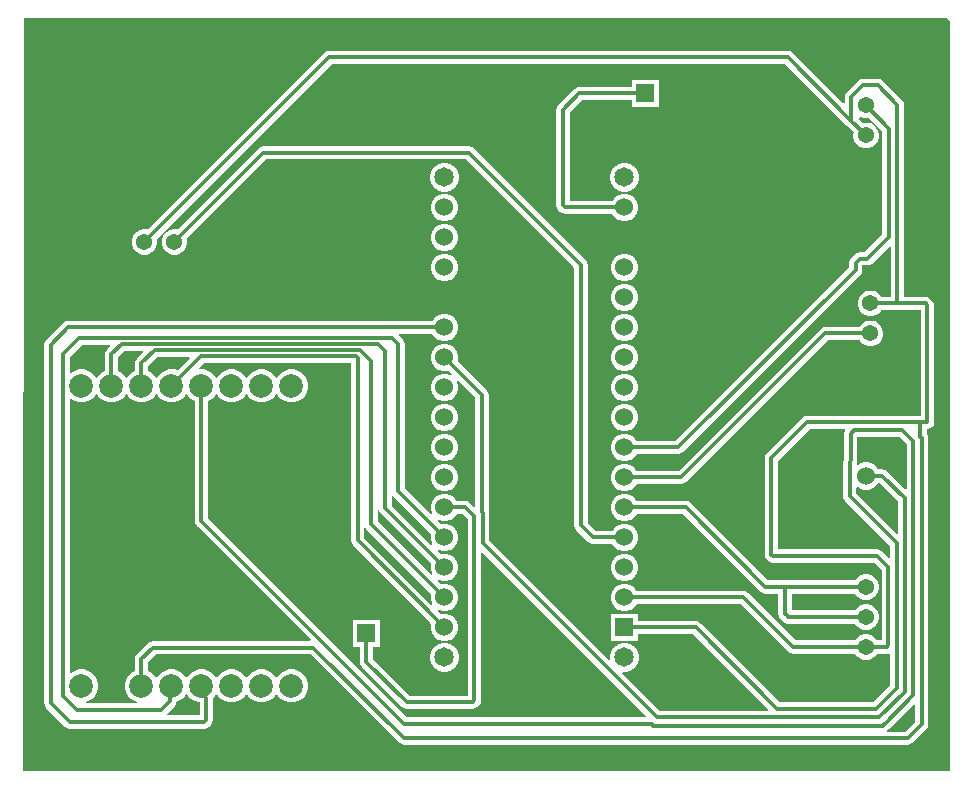
<source format=gbr>
%FSTAX23Y23*%
%MOIN*%
%SFA1B1*%

%IPPOS*%
%ADD11C,0.078740*%
%ADD12C,0.060236*%
%ADD13R,0.060236X0.060236*%
%ADD14R,0.053937X0.053937*%
%ADD15C,0.053937*%
%ADD16R,0.060236X0.060236*%
%ADD17R,0.053937X0.053937*%
%ADD18R,0.060000X0.060000*%
%ADD19C,0.060000*%
%ADD20C,0.065000*%
%ADD21C,0.011811*%
%LNpcb_copper_signal_bot-1*%
%LPD*%
G36*
X03089Y02498D02*
Y-00001D01*
X00004*
X00003Y-00001*
X0Y0*
X00004Y02508*
X03079*
X03089Y02498*
G37*
%LNpcb_copper_signal_bot-2*%
%LPC*%
G36*
X0212Y02304D02*
X02029D01*
Y0228*
X01854*
X01846Y02278*
X01839Y02274*
X01784Y02219*
X01779Y02211*
X01777Y02203*
Y01885*
X01779Y01876*
X01784Y01869*
X01791Y01862*
X01798Y01858*
X01806Y01856*
X01964*
X01968Y0185*
X01976Y01841*
X01987Y01835*
X01998Y01832*
X02011*
X02022Y01835*
X02033Y01841*
X02041Y0185*
X02047Y0186*
X0205Y01872*
Y01884*
X02047Y01896*
X02041Y01906*
X02033Y01915*
X02022Y01921*
X02011Y01924*
X01998*
X01987Y01921*
X01976Y01915*
X01968Y01906*
X01964Y019*
X01822*
Y02194*
X01864Y02236*
X02029*
Y02212*
X0212*
Y02304*
G37*
G36*
X02011Y02026D02*
X01998D01*
X01986Y02023*
X01975Y02017*
X01966Y02008*
X0196Y01997*
X01956Y01984*
Y01972*
X0196Y01959*
X01966Y01948*
X01975Y01939*
X01986Y01933*
X01998Y0193*
X02011*
X02023Y01933*
X02034Y01939*
X02043Y01948*
X02049Y01959*
X02053Y01972*
Y01984*
X02049Y01997*
X02043Y02008*
X02034Y02017*
X02023Y02023*
X02011Y02026*
G37*
G36*
X01411D02*
X01398D01*
X01386Y02023*
X01375Y02017*
X01366Y02008*
X0136Y01997*
X01356Y01984*
Y01972*
X0136Y01959*
X01366Y01948*
X01375Y01939*
X01386Y01933*
X01398Y0193*
X01411*
X01423Y01933*
X01434Y01939*
X01443Y01948*
X01449Y01959*
X01453Y01972*
Y01984*
X01449Y01997*
X01443Y02008*
X01434Y02017*
X01423Y02023*
X01411Y02026*
G37*
G36*
X01411Y01924D02*
X01398D01*
X01387Y01921*
X01376Y01915*
X01368Y01906*
X01362Y01896*
X01359Y01884*
Y01872*
X01362Y0186*
X01368Y0185*
X01376Y01841*
X01387Y01835*
X01398Y01832*
X01411*
X01422Y01835*
X01433Y01841*
X01441Y0185*
X01447Y0186*
X0145Y01872*
Y01884*
X01447Y01896*
X01441Y01906*
X01433Y01915*
X01422Y01921*
X01411Y01924*
G37*
G36*
Y01824D02*
X01398D01*
X01387Y01821*
X01376Y01815*
X01368Y01806*
X01362Y01796*
X01359Y01784*
Y01772*
X01362Y0176*
X01368Y0175*
X01376Y01741*
X01387Y01735*
X01398Y01732*
X01411*
X01422Y01735*
X01433Y01741*
X01441Y0175*
X01447Y0176*
X0145Y01772*
Y01784*
X01447Y01796*
X01441Y01806*
X01433Y01815*
X01422Y01821*
X01411Y01824*
G37*
G36*
X02011Y01724D02*
X01998D01*
X01987Y01721*
X01976Y01715*
X01968Y01706*
X01962Y01696*
X01959Y01684*
Y01672*
X01962Y0166*
X01968Y0165*
X01976Y01641*
X01987Y01635*
X01998Y01632*
X02011*
X02022Y01635*
X02033Y01641*
X02041Y0165*
X02047Y0166*
X0205Y01672*
Y01684*
X02047Y01696*
X02041Y01706*
X02033Y01715*
X02022Y01721*
X02011Y01724*
G37*
G36*
X01411D02*
X01398D01*
X01387Y01721*
X01376Y01715*
X01368Y01706*
X01362Y01696*
X01359Y01684*
Y01672*
X01362Y0166*
X01368Y0165*
X01376Y01641*
X01387Y01635*
X01398Y01632*
X01411*
X01422Y01635*
X01433Y01641*
X01441Y0165*
X01447Y0166*
X0145Y01672*
Y01684*
X01447Y01696*
X01441Y01706*
X01433Y01715*
X01422Y01721*
X01411Y01724*
G37*
G36*
X02549Y024D02*
X01019D01*
X01011Y02398*
X01004Y02394*
X00415Y01804*
X0041Y01806*
X00399*
X00388Y01803*
X00378Y01797*
X0037Y01789*
X00365Y01779*
X00362Y01769*
Y01757*
X00365Y01746*
X0037Y01737*
X00378Y01729*
X00388Y01723*
X00399Y0172*
X0041*
X00421Y01723*
X00431Y01729*
X00439Y01737*
X00444Y01746*
X00447Y01757*
Y01769*
X00446Y01773*
X01029Y02356*
X0254*
X02745Y02151*
X02768Y02128*
X02767Y02124*
Y02112*
X0277Y02101*
X02775Y02092*
X02783Y02084*
X02793Y02078*
X02804Y02075*
X02815*
X02826Y02078*
X02836Y02084*
X02844Y02092*
X02849Y02101*
X02852Y02112*
Y02124*
X02849Y02134*
X02844Y02144*
X02836Y02152*
X02826Y02158*
X02815Y02161*
X02804*
X02799Y02159*
X02785Y02174*
X02785Y02177*
X0279Y0218*
X02793Y02178*
X02804Y02175*
X02815*
X0282Y02176*
X02864Y02132*
Y01789*
X02804Y01729*
X02789*
X0278Y01727*
X02773Y01722*
X0276Y0171*
X02755Y01702*
X02754Y01694*
Y01678*
X02175Y011*
X02045*
X02041Y01106*
X02033Y01115*
X02022Y01121*
X02011Y01124*
X01998*
X01987Y01121*
X01976Y01115*
X01968Y01106*
X01962Y01096*
X01959Y01084*
Y01072*
X01962Y0106*
X01968Y0105*
X01976Y01041*
X01987Y01035*
X01998Y01032*
X02011*
X02022Y01035*
X02033Y01041*
X02041Y0105*
X02045Y01056*
X02184*
X02193Y01058*
X022Y01062*
X02791Y01654*
X02796Y01661*
X02798Y01669*
Y01684*
X02813*
X02822Y01686*
X02829Y01691*
X02888Y0175*
X02892Y01748*
Y0158*
X02861*
X02859Y01584*
X02851Y01592*
X02841Y01598*
X0283Y01601*
X02819*
X02808Y01598*
X02798Y01592*
X0279Y01584*
X02785Y01574*
X02782Y01564*
Y01552*
X02785Y01541*
X0279Y01532*
X02798Y01524*
X02808Y01518*
X02819Y01515*
X0283*
X02841Y01518*
X02851Y01524*
X02859Y01532*
X02861Y01536*
X02992*
Y01184*
X02614*
X02605Y01183*
X02598Y01178*
X02479Y01059*
X02474Y01051*
X02472Y01043*
Y00721*
X02474Y00713*
X02479Y00706*
X02484Y00701*
X02491Y00696*
X02499Y00694*
X02837*
X02862Y00669*
Y00435*
X02846*
X02844Y00439*
X02836Y00447*
X02826Y00453*
X02815Y00456*
X02804*
X02793Y00453*
X02783Y00447*
X02775Y00439*
X02773Y00435*
X02575*
X02417Y00594*
X0241Y00598*
X02401Y006*
X02045*
X02041Y00606*
X02033Y00615*
X02022Y00621*
X02011Y00624*
X01998*
X01987Y00621*
X01976Y00615*
X01968Y00606*
X01962Y00596*
X01959Y00584*
Y00572*
X01962Y0056*
X01968Y0055*
X01976Y00541*
X01987Y00535*
X01998Y00532*
X02011*
X02022Y00535*
X02033Y00541*
X02041Y0055*
X02045Y00556*
X02392*
X02551Y00397*
X02558Y00393*
X02566Y00391*
X02773*
X02775Y00387*
X02783Y00379*
X02793Y00373*
X02804Y0037*
X02815*
X02826Y00373*
X02836Y00379*
X02844Y00387*
X02846Y00391*
X02878*
X02885Y00392*
X0289Y0039*
Y00285*
X02833Y00228*
X02523*
X02257Y00494*
X0225Y00498*
X02242Y005*
X0205*
Y00524*
X01959*
Y00432*
X0205*
Y00456*
X02233*
X02484Y00205*
X02482Y002*
X02122*
X01996Y00326*
X01999Y0033*
X02011*
X02023Y00333*
X02034Y00339*
X02043Y00348*
X02049Y00359*
X02053Y00372*
Y00384*
X02049Y00397*
X02043Y00408*
X02034Y00417*
X02023Y00423*
X02011Y00426*
X01998*
X01986Y00423*
X01975Y00417*
X01966Y00408*
X0196Y00397*
X01956Y00384*
Y00372*
X01952Y0037*
X01554Y00768*
Y00859*
X01552Y00868*
X01552Y00869*
Y01253*
X0155Y01261*
X01545Y01269*
X01448Y01365*
X0145Y01372*
Y01384*
X01447Y01396*
X01441Y01406*
X01433Y01415*
X01422Y01421*
X01411Y01424*
X01398*
X01387Y01421*
X01376Y01415*
X01368Y01406*
X01362Y01396*
X01359Y01384*
Y01372*
X01362Y0136*
X01368Y0135*
X01376Y01341*
X01387Y01335*
X01398Y01332*
X01411*
X01417Y01334*
X01429Y01323*
X01425Y01319*
X01422Y01321*
X01411Y01324*
X01398*
X01387Y01321*
X01376Y01315*
X01368Y01306*
X01362Y01296*
X01359Y01284*
Y01272*
X01362Y0126*
X01368Y0125*
X01376Y01241*
X01387Y01235*
X01398Y01232*
X01411*
X01422Y01235*
X01433Y01241*
X01441Y0125*
X01447Y0126*
X0145Y01272*
Y01284*
X01447Y01296*
X01445Y01299*
X01449Y01302*
X01507Y01244*
Y00883*
X01503Y00881*
X0149Y00894*
X01483Y00898*
X01474Y009*
X01445*
X01441Y00906*
X01433Y00915*
X01422Y00921*
X01411Y00924*
X01398*
X01387Y00921*
X01376Y00915*
X01368Y00906*
X01362Y00896*
X01359Y00884*
Y00872*
X01362Y0086*
X01364Y00857*
X0136Y00854*
X01272Y00942*
Y01423*
X0127Y01431*
X01265Y01439*
X01252Y01451*
X01254Y01456*
X01364*
X01368Y0145*
X01376Y01441*
X01387Y01435*
X01398Y01432*
X01411*
X01422Y01435*
X01433Y01441*
X01441Y0145*
X01447Y0146*
X0145Y01472*
Y01484*
X01447Y01496*
X01441Y01506*
X01433Y01515*
X01422Y01521*
X01411Y01524*
X01398*
X01387Y01521*
X01376Y01515*
X01368Y01506*
X01364Y015*
X00149*
X00141Y01498*
X00134Y01494*
X00077Y01437*
X00072Y0143*
X00071Y01421*
Y00226*
X00072Y00218*
X00077Y00211*
X0014Y00147*
X00147Y00143*
X00156Y00141*
X00603*
X00612Y00143*
X00619Y00147*
X00626Y00154*
X00631Y00161*
X00632Y0017*
Y00243*
X00632Y00243*
X00639Y00249*
X00642Y00255*
X00647*
X0065Y00249*
X00661Y00239*
X00673Y00232*
X00687Y00228*
X00702*
X00716Y00232*
X00728Y00239*
X00739Y00249*
X00742Y00255*
X00747*
X0075Y00249*
X00761Y00239*
X00773Y00232*
X00787Y00228*
X00802*
X00816Y00232*
X00828Y00239*
X00839Y00249*
X00842Y00255*
X00847*
X0085Y00249*
X00861Y00239*
X00873Y00232*
X00887Y00228*
X00902*
X00916Y00232*
X00928Y00239*
X00939Y00249*
X00946Y00262*
X0095Y00276*
Y0029*
X00946Y00304*
X00939Y00317*
X00928Y00327*
X00916Y00334*
X00902Y00338*
X00887*
X00873Y00334*
X00861Y00327*
X0085Y00317*
X00847Y00311*
X00842*
X00839Y00317*
X00828Y00327*
X00816Y00334*
X00802Y00338*
X00787*
X00773Y00334*
X00761Y00327*
X0075Y00317*
X00747Y00311*
X00742*
X00739Y00317*
X00728Y00327*
X00716Y00334*
X00702Y00338*
X00687*
X00673Y00334*
X00661Y00327*
X0065Y00317*
X00647Y00311*
X00642*
X00639Y00317*
X00628Y00327*
X00616Y00334*
X00602Y00338*
X00587*
X00573Y00334*
X00561Y00327*
X0055Y00317*
X00547Y00311*
X00542*
X00539Y00317*
X00528Y00327*
X00516Y00334*
X00502Y00338*
X00487*
X00473Y00334*
X00461Y00327*
X0045Y00317*
X00447Y00311*
X00442*
X00439Y00317*
X00428Y00327*
X00417Y00334*
Y00364*
X00442Y00389*
X00958*
X01255Y00092*
X01262Y00088*
X0127Y00086*
X02948*
X02956Y00088*
X02963Y00092*
X0301Y00139*
X03015Y00147*
X03017Y00155*
Y00367*
X03017Y00367*
Y00723*
X03017Y00724*
Y01109*
X03015Y01118*
X03012Y01123*
Y0114*
X03014*
X03023Y01142*
X0303Y01147*
X03035Y01154*
X03037Y01162*
Y01551*
X03035Y01559*
X0303Y01567*
X03023Y01574*
X03016Y01578*
X03008Y0158*
X02937*
Y0222*
X02935Y02228*
X0293Y02236*
X02865Y02301*
X02858Y02305*
X02849Y02307*
X02799*
X02791Y02305*
X02784Y02301*
X02745Y02262*
X0274Y02254*
X02738Y02246*
Y02227*
X02734Y02225*
X02565Y02394*
X02558Y02398*
X02549Y024*
G37*
G36*
X02011Y01624D02*
X01998D01*
X01987Y01621*
X01976Y01615*
X01968Y01606*
X01962Y01596*
X01959Y01584*
Y01572*
X01962Y0156*
X01968Y0155*
X01976Y01541*
X01987Y01535*
X01998Y01532*
X02011*
X02022Y01535*
X02033Y01541*
X02041Y0155*
X02047Y0156*
X0205Y01572*
Y01584*
X02047Y01596*
X02041Y01606*
X02033Y01615*
X02022Y01621*
X02011Y01624*
G37*
G36*
Y01524D02*
X01998D01*
X01987Y01521*
X01976Y01515*
X01968Y01506*
X01962Y01496*
X01959Y01484*
Y01472*
X01962Y0146*
X01968Y0145*
X01976Y01441*
X01987Y01435*
X01998Y01432*
X02011*
X02022Y01435*
X02033Y01441*
X02041Y0145*
X02047Y0146*
X0205Y01472*
Y01484*
X02047Y01496*
X02041Y01506*
X02033Y01515*
X02022Y01521*
X02011Y01524*
G37*
G36*
X0283Y01501D02*
X02819D01*
X02808Y01498*
X02798Y01492*
X0279Y01484*
X02788Y0148*
X02674*
X02666Y01478*
X02659Y01474*
X02185Y01*
X02045*
X02041Y01006*
X02033Y01015*
X02022Y01021*
X02011Y01024*
X01998*
X01987Y01021*
X01976Y01015*
X01968Y01006*
X01962Y00996*
X01959Y00984*
Y00972*
X01962Y0096*
X01968Y0095*
X01976Y00941*
X01987Y00935*
X01998Y00932*
X02011*
X02022Y00935*
X02033Y00941*
X02041Y0095*
X02045Y00956*
X02194*
X02203Y00958*
X0221Y00962*
X02684Y01436*
X02788*
X0279Y01432*
X02798Y01424*
X02808Y01418*
X02819Y01415*
X0283*
X02841Y01418*
X02851Y01424*
X02859Y01432*
X02864Y01441*
X02867Y01452*
Y01464*
X02864Y01474*
X02859Y01484*
X02851Y01492*
X02841Y01498*
X0283Y01501*
G37*
G36*
X02011Y01424D02*
X01998D01*
X01987Y01421*
X01976Y01415*
X01968Y01406*
X01962Y01396*
X01959Y01384*
Y01372*
X01962Y0136*
X01968Y0135*
X01976Y01341*
X01987Y01335*
X01998Y01332*
X02011*
X02022Y01335*
X02033Y01341*
X02041Y0135*
X02047Y0136*
X0205Y01372*
Y01384*
X02047Y01396*
X02041Y01406*
X02033Y01415*
X02022Y01421*
X02011Y01424*
G37*
G36*
Y01324D02*
X01998D01*
X01987Y01321*
X01976Y01315*
X01968Y01306*
X01962Y01296*
X01959Y01284*
Y01272*
X01962Y0126*
X01968Y0125*
X01976Y01241*
X01987Y01235*
X01998Y01232*
X02011*
X02022Y01235*
X02033Y01241*
X02041Y0125*
X02047Y0126*
X0205Y01272*
Y01284*
X02047Y01296*
X02041Y01306*
X02033Y01315*
X02022Y01321*
X02011Y01324*
G37*
G36*
Y01224D02*
X01998D01*
X01987Y01221*
X01976Y01215*
X01968Y01206*
X01962Y01196*
X01959Y01184*
Y01172*
X01962Y0116*
X01968Y0115*
X01976Y01141*
X01987Y01135*
X01998Y01132*
X02011*
X02022Y01135*
X02033Y01141*
X02041Y0115*
X02047Y0116*
X0205Y01172*
Y01184*
X02047Y01196*
X02041Y01206*
X02033Y01215*
X02022Y01221*
X02011Y01224*
G37*
G36*
X01411D02*
X01398D01*
X01387Y01221*
X01376Y01215*
X01368Y01206*
X01362Y01196*
X01359Y01184*
Y01172*
X01362Y0116*
X01368Y0115*
X01376Y01141*
X01387Y01135*
X01398Y01132*
X01411*
X01422Y01135*
X01433Y01141*
X01441Y0115*
X01447Y0116*
X0145Y01172*
Y01184*
X01447Y01196*
X01441Y01206*
X01433Y01215*
X01422Y01221*
X01411Y01224*
G37*
G36*
Y01124D02*
X01398D01*
X01387Y01121*
X01376Y01115*
X01368Y01106*
X01362Y01096*
X01359Y01084*
Y01072*
X01362Y0106*
X01368Y0105*
X01376Y01041*
X01387Y01035*
X01398Y01032*
X01411*
X01422Y01035*
X01433Y01041*
X01441Y0105*
X01447Y0106*
X0145Y01072*
Y01084*
X01447Y01096*
X01441Y01106*
X01433Y01115*
X01422Y01121*
X01411Y01124*
G37*
G36*
Y01024D02*
X01398D01*
X01387Y01021*
X01376Y01015*
X01368Y01006*
X01362Y00996*
X01359Y00984*
Y00972*
X01362Y0096*
X01368Y0095*
X01376Y00941*
X01387Y00935*
X01398Y00932*
X01411*
X01422Y00935*
X01433Y00941*
X01441Y0095*
X01447Y0096*
X0145Y00972*
Y00984*
X01447Y00996*
X01441Y01006*
X01433Y01015*
X01422Y01021*
X01411Y01024*
G37*
G36*
X01486Y02082D02*
X00801D01*
X00793Y0208*
X00786Y02075*
X00515Y01804*
X0051Y01806*
X00499*
X00488Y01803*
X00478Y01797*
X0047Y01789*
X00465Y01779*
X00462Y01769*
Y01757*
X00465Y01746*
X0047Y01737*
X00478Y01729*
X00488Y01723*
X00499Y0172*
X0051*
X00521Y01723*
X00531Y01729*
X00539Y01737*
X00544Y01746*
X00547Y01757*
Y01769*
X00546Y01773*
X0081Y02038*
X01477*
X01837Y01677*
Y00818*
X01839Y0081*
X01844Y00802*
X01884Y00762*
X01891Y00758*
X01899Y00756*
X01964*
X01968Y0075*
X01976Y00741*
X01987Y00735*
X01998Y00732*
X02011*
X02022Y00735*
X02033Y00741*
X02041Y0075*
X02047Y0076*
X0205Y00772*
Y00784*
X02047Y00796*
X02041Y00806*
X02033Y00815*
X02022Y00821*
X02011Y00824*
X01998*
X01987Y00821*
X01976Y00815*
X01968Y00806*
X01964Y008*
X01909*
X01882Y00827*
Y01686*
X0188Y01695*
X01875Y01702*
X01502Y02075*
X01495Y0208*
X01486Y02082*
G37*
G36*
X02011Y00724D02*
X01998D01*
X01987Y00721*
X01976Y00715*
X01968Y00706*
X01962Y00696*
X01959Y00684*
Y00672*
X01962Y0066*
X01968Y0065*
X01976Y00641*
X01987Y00635*
X01998Y00632*
X02011*
X02022Y00635*
X02033Y00641*
X02041Y0065*
X02047Y0066*
X0205Y00672*
Y00684*
X02047Y00696*
X02041Y00706*
X02033Y00715*
X02022Y00721*
X02011Y00724*
G37*
G36*
Y00924D02*
X01998D01*
X01987Y00921*
X01976Y00915*
X01968Y00906*
X01962Y00896*
X01959Y00884*
Y00872*
X01962Y0086*
X01968Y0085*
X01976Y00841*
X01987Y00835*
X01998Y00832*
X02011*
X02022Y00835*
X02033Y00841*
X02041Y0085*
X02045Y00856*
X022*
X02459Y00597*
X02466Y00593*
X02474Y00591*
X02517*
Y00523*
X02519Y00515*
X02524Y00507*
X02529Y00502*
X02529*
X02534Y00497*
X02541Y00493*
X02549Y00491*
X02773*
X02775Y00487*
X02783Y00479*
X02793Y00473*
X02804Y0047*
X02815*
X02826Y00473*
X02836Y00479*
X02844Y00487*
X02849Y00496*
X02852Y00507*
Y00519*
X02849Y00529*
X02844Y00539*
X02836Y00547*
X02826Y00553*
X02815Y00556*
X02804*
X02793Y00553*
X02783Y00547*
X02775Y00539*
X02773Y00535*
X02562*
Y00591*
X02773*
X02775Y00587*
X02783Y00579*
X02793Y00573*
X02804Y0057*
X02815*
X02826Y00573*
X02836Y00579*
X02844Y00587*
X02849Y00596*
X02852Y00607*
Y00619*
X02849Y00629*
X02844Y00639*
X02836Y00647*
X02826Y00653*
X02815Y00656*
X02804*
X02793Y00653*
X02783Y00647*
X02775Y00639*
X02773Y00635*
X02484*
X02225Y00894*
X02218Y00898*
X02209Y009*
X02045*
X02041Y00906*
X02033Y00915*
X02022Y00921*
X02011Y00924*
G37*
%LNpcb_copper_signal_bot-3*%
%LPD*%
G36*
X00556Y01376D02*
X00515Y01335D01*
X00502Y01338*
X00487*
X00473Y01334*
X00461Y01327*
X0045Y01317*
X00447Y01311*
X00442*
X00439Y01317*
X00428Y01327*
X00417Y01334*
Y01349*
X00448Y01381*
X00554*
X00556Y01376*
G37*
G36*
X00401Y01396D02*
X00379Y01374D01*
X00374Y01366*
X00372Y01358*
Y01334*
X00361Y01327*
X0035Y01317*
X00347Y01311*
X00342*
X00339Y01317*
X00328Y01327*
X00317Y01334*
Y01379*
X00338Y014*
X00399*
X00401Y01396*
G37*
G36*
X00291Y01415D02*
X00279Y01404D01*
X00274Y01396*
X00272Y01388*
Y01334*
X00261Y01327*
X0025Y01317*
X00247Y01311*
X00242*
X00239Y01317*
X00228Y01327*
X00216Y01334*
X00202Y01338*
X00187*
X00173Y01334*
X00161Y01327*
X00159Y01326*
X00155Y01328*
Y01379*
X00196Y0142*
X00289*
X00291Y01415*
G37*
G36*
X01093Y00768D02*
X01095Y00759D01*
X01099Y00752*
X01361Y00491*
X01359Y00484*
Y00472*
X01362Y0046*
X01368Y0045*
X01376Y00441*
X01387Y00435*
X01398Y00432*
X01411*
X01422Y00435*
X01433Y00441*
X01441Y0045*
X01447Y0046*
X0145Y00472*
Y00484*
X01447Y00496*
X01441Y00506*
X01433Y00515*
X01422Y00521*
X01411Y00524*
X01398*
X01392Y00522*
X0138Y00533*
X01383Y00537*
X01387Y00535*
X01398Y00532*
X01411*
X01422Y00535*
X01433Y00541*
X01441Y0055*
X01447Y0056*
X0145Y00572*
Y00584*
X01447Y00596*
X01441Y00606*
X01433Y00615*
X01422Y00621*
X01411Y00624*
X01398*
X01392Y00622*
X0138Y00633*
X01383Y00637*
X01387Y00635*
X01398Y00632*
X01411*
X01422Y00635*
X01433Y00641*
X01441Y0065*
X01447Y0066*
X0145Y00672*
Y00684*
X01447Y00696*
X01441Y00706*
X01433Y00715*
X01422Y00721*
X01411Y00724*
X01398*
X01392Y00722*
X0138Y00733*
X01383Y00737*
X01387Y00735*
X01398Y00732*
X01411*
X01422Y00735*
X01433Y00741*
X01441Y0075*
X01447Y0076*
X0145Y00772*
Y00784*
X01447Y00796*
X01441Y00806*
X01433Y00815*
X01422Y00821*
X01411Y00824*
X01398*
X01392Y00822*
X0138Y00833*
X01383Y00837*
X01387Y00835*
X01398Y00832*
X01411*
X01422Y00835*
X01433Y00841*
X01441Y0085*
X01445Y00856*
X01465*
X01482Y00839*
Y0025*
X01289*
X01167Y00372*
Y00412*
X0119*
Y00504*
X01099*
Y00412*
X01122*
Y00363*
X01124Y00355*
X01129Y00347*
X01264Y00212*
X01271Y00208*
X01279Y00206*
X01498*
X01506Y00208*
X01513Y00212*
X0152Y00219*
X01525Y00226*
X01527Y00235*
Y00726*
X01531Y00728*
X02076Y00183*
X02074Y00179*
X0128*
X00617Y00842*
Y01232*
X00628Y01239*
X00639Y01249*
X00642Y01255*
X00647*
X0065Y01249*
X00661Y01239*
X00673Y01232*
X00687Y01228*
X00702*
X00716Y01232*
X00728Y01239*
X00739Y01249*
X00742Y01255*
X00747*
X0075Y01249*
X00761Y01239*
X00773Y01232*
X00787Y01228*
X00802*
X00816Y01232*
X00828Y01239*
X00839Y01249*
X00842Y01255*
X00847*
X0085Y01249*
X00861Y01239*
X00873Y01232*
X00887Y01228*
X00902*
X00916Y01232*
X00928Y01239*
X00939Y01249*
X00946Y01262*
X0095Y01276*
Y0129*
X00946Y01304*
X00939Y01317*
X00928Y01327*
X00916Y01334*
X00902Y01338*
X00887*
X00873Y01334*
X00861Y01327*
X0085Y01317*
X00847Y01311*
X00842*
X00839Y01317*
X00828Y01327*
X00816Y01334*
X00802Y01338*
X00787*
X00773Y01334*
X00761Y01327*
X0075Y01317*
X00747Y01311*
X00742*
X00739Y01317*
X00728Y01327*
X00716Y01334*
X00702Y01338*
X00687*
X00673Y01334*
X00661Y01327*
X0065Y01317*
X00647Y01311*
X00642*
X00639Y01317*
X00628Y01327*
X00616Y01334*
X00602Y01338*
X00588*
X00585Y01342*
X00585Y01342*
X00604Y01361*
X01093*
Y00768*
G37*
G36*
X0055Y01249D02*
X00561Y01239D01*
X00572Y01232*
Y00833*
X00574Y00825*
X00579Y00817*
X00959Y00438*
X00957Y00433*
X00432*
X00424Y00431*
X00417Y00427*
X00379Y00389*
X00374Y00381*
X00372Y00373*
Y00334*
X00361Y00327*
X0035Y00317*
X00343Y00304*
X00339Y0029*
Y00276*
X00343Y00262*
X0035Y00249*
X00361Y00239*
X00373Y00232*
X00379Y0023*
X00378Y00225*
X00211*
X0021Y0023*
X00216Y00232*
X00228Y00239*
X00239Y00249*
X00246Y00262*
X0025Y00276*
Y0029*
X00246Y00304*
X00239Y00317*
X00228Y00327*
X00216Y00334*
X00202Y00338*
X00187*
X00173Y00334*
X00161Y00327*
X00159Y00326*
X00155Y00328*
Y01238*
X00159Y0124*
X00161Y01239*
X00173Y01232*
X00187Y01228*
X00202*
X00216Y01232*
X00228Y01239*
X00239Y01249*
X00242Y01255*
X00247*
X0025Y01249*
X00261Y01239*
X00273Y01232*
X00287Y01228*
X00302*
X00316Y01232*
X00328Y01239*
X00339Y01249*
X00342Y01255*
X00347*
X0035Y01249*
X00361Y01239*
X00373Y01232*
X00387Y01228*
X00402*
X00416Y01232*
X00428Y01239*
X00439Y01249*
X00442Y01255*
X00447*
X0045Y01249*
X00461Y01239*
X00473Y01232*
X00487Y01228*
X00502*
X00516Y01232*
X00528Y01239*
X00539Y01249*
X00542Y01255*
X00547*
X0055Y01249*
G37*
G36*
X02945Y01089D02*
Y0094D01*
X0294Y00938*
X0288Y00999*
X02873Y01003*
X02864Y01005*
X0285*
X02846Y01011*
X02838Y0102*
X02827Y01026*
X02816Y01029*
X02803*
X02792Y01026*
X02783Y01021*
X02778Y01023*
X0278Y01113*
X02875*
X02875*
X02921*
X02945Y01089*
G37*
G36*
X02917Y00899D02*
Y00791D01*
X02913Y0079*
X02777Y00925*
Y00941*
X02777Y00944*
X02782Y00946*
X02792Y0094*
X02803Y00937*
X02816*
X02827Y0094*
X02838Y00946*
X02846Y00955*
X0285Y00961*
X02855*
X02917Y00899*
G37*
G36*
X01361Y00791D02*
X01359Y00784D01*
Y00772*
X01362Y0076*
X01364Y00757*
X0136Y00754*
X01229Y00884*
Y00916*
X01234Y00917*
X01361Y00791*
G37*
G36*
X0274Y01135D02*
X0274Y01134D01*
X02737Y01131*
X02737Y01131*
X02737Y0113*
X02737Y01126*
X02736Y01122*
X02733Y00941*
X02733Y00941*
X02733Y00941*
Y00916*
X02734Y00908*
X02739Y00901*
X0289Y0075*
Y0071*
X02885Y00708*
X02862Y00732*
X02854Y00737*
X02846Y00738*
X02517*
Y01034*
X02623Y0114*
X02738*
X0274Y01135*
G37*
G36*
X01187Y00867D02*
X01192Y00859D01*
X01361Y00691*
X01359Y00684*
Y00672*
X01362Y0066*
X01364Y00657*
X0136Y00654*
X01182Y00832*
Y00868*
X01187Y00869*
X01187Y00867*
G37*
G36*
X01144Y00807D02*
X01361Y00591D01*
X01359Y00584*
Y00572*
X01362Y0056*
X01364Y00557*
X0136Y00554*
X01137Y00777*
Y00809*
X01142Y0081*
X01144Y00807*
G37*
G36*
X0055Y00249D02*
X00561Y00239D01*
X00573Y00232*
X00587Y00228*
X00588*
Y00185*
X0048*
X00478Y0019*
X00505Y00217*
X0051Y00224*
X00511Y0023*
X00516Y00232*
X00528Y00239*
X00539Y00249*
X00542Y00255*
X00547*
X0055Y00249*
G37*
G36*
X02973Y0022D02*
Y00164D01*
X02938Y0013*
X02882*
X02881Y00134*
X02881Y00135*
X02886Y0014*
X02887Y00141*
X02968Y00222*
X02973Y0022*
G37*
%LNpcb_copper_signal_bot-4*%
%LPC*%
G36*
X01411Y00426D02*
X01398D01*
X01386Y00423*
X01375Y00417*
X01366Y00408*
X0136Y00397*
X01356Y00384*
Y00372*
X0136Y00359*
X01366Y00348*
X01375Y00339*
X01386Y00333*
X01398Y0033*
X01411*
X01423Y00333*
X01434Y00339*
X01443Y00348*
X01449Y00359*
X01453Y00372*
Y00384*
X01449Y00397*
X01443Y00408*
X01434Y00417*
X01423Y00423*
X01411Y00426*
G37*
%LNpcb_copper_signal_bot-5*%
%LPD*%
G54D11*
X00894Y01283D03*
X00194D03*
X00894Y00283D03*
X00194D03*
X00794Y01283D03*
X00694D03*
X00594D03*
X00494D03*
X00394D03*
X00294D03*
X00794Y00283D03*
X00694D03*
X00594D03*
X00494D03*
X00394D03*
X00294D03*
G54D12*
X02174Y02258D03*
X01144Y00558D03*
X02809Y00983D03*
G54D13*
X02074Y02258D03*
G54D14*
X00604Y01763D03*
G54D15*
X00504Y01763D03*
X00404D03*
X02809Y00613D03*
Y00513D03*
Y00413D03*
X02824Y01458D03*
Y01558D03*
X02809Y02118D03*
Y02218D03*
G54D16*
X01144Y00458D03*
X02809Y01083D03*
G54D17*
X02809Y00313D03*
X02824Y01658D03*
X02809Y02018D03*
G54D18*
X02004Y00478D03*
G54D19*
X02004Y00578D03*
Y00678D03*
Y00778D03*
Y00878D03*
Y00978D03*
Y01078D03*
Y01178D03*
Y01278D03*
Y01378D03*
Y01478D03*
Y01578D03*
Y01678D03*
Y01778D03*
Y01878D03*
X01404D03*
Y01778D03*
Y01678D03*
Y01578D03*
Y01478D03*
Y01378D03*
Y01278D03*
Y01178D03*
Y01078D03*
Y00978D03*
Y00878D03*
Y00778D03*
Y00678D03*
Y00578D03*
Y00478D03*
G54D20*
X02004Y00378D03*
X01404D03*
Y01978D03*
X02004D03*
G54D21*
X00967Y00411D02*
X0127Y00108D01*
X02948D02*
X02995Y00155D01*
X0127Y00108D02*
X02948D01*
X02842Y00206D02*
X02912Y00275D01*
X02514Y00206D02*
X02842D01*
X02242Y00478D02*
X02514Y00206D01*
X01532Y00758D02*
X02112Y00178D01*
X02101Y0015D02*
X02865D01*
X02871Y00157*
X02095D02*
X02101Y0015D01*
X02112Y00178D02*
X02853D01*
X02939Y00264*
X02871Y00157D02*
X02872D01*
X00594Y00833D02*
Y01283D01*
X01271Y00157D02*
X02095D01*
X00594Y00833D02*
X01271Y00157D01*
X00149Y01478D02*
X01404D01*
X00093Y01421D02*
X00149Y01478D01*
X01123Y01403D02*
X01159Y01366D01*
X00439Y01403D02*
X01123D01*
X01115Y00768D02*
Y01376D01*
X00294Y01388D02*
X00329Y01422D01*
X00594Y01383D02*
X01108D01*
X0123Y01442D02*
X01249Y01423D01*
X01184Y01422D02*
X01207Y01399D01*
X00329Y01422D02*
X01184D01*
X00394Y01358D02*
X00439Y01403D01*
X00494Y01283D02*
X00594Y01383D01*
X00132Y01388D02*
X00187Y01442D01*
X0123*
X01108Y01383D02*
X01115Y01376D01*
X02872Y00157D02*
X02967Y00252D01*
X02967Y00386D02*
Y00712D01*
X02878Y00413D02*
X02884Y0042D01*
X02995Y00367D02*
X02995Y00367D01*
X02912Y00408D02*
X02912Y00408D01*
X02967Y00712D02*
Y01098D01*
Y00712D02*
X02967Y00712D01*
X02939Y00264D02*
Y00397D01*
X02995Y00367D02*
Y00723D01*
X02939Y00701D02*
Y00908D01*
X02995Y00155D02*
Y00367D01*
X02912Y00689D02*
X02912Y00689D01*
X02939Y00397D02*
X0294Y00397D01*
X02912Y00408D02*
Y00689D01*
X0294Y00397D02*
Y00701D01*
X02967Y00386D02*
X02967Y00386D01*
X02912Y00689D02*
Y00759D01*
X02995Y00723D02*
Y01109D01*
X02846Y00716D02*
X02884Y00678D01*
X02967Y00252D02*
Y00386D01*
X02884Y0042D02*
Y00678D01*
X02995Y00723D02*
X02995Y00723D01*
X02912Y00275D02*
Y00408D01*
X02939Y00701D02*
X0294Y00701D01*
X02809Y00413D02*
X02878D01*
X02755Y00916D02*
X02912Y00759D01*
X02989Y01114D02*
X02995Y01109D01*
X02864Y00983D02*
X02939Y00908D01*
X0293Y01135D02*
X02967Y01098D01*
X02989Y01114D02*
Y01162D01*
X03014*
X02614D02*
X02989D01*
X02809Y00983D02*
X02864D01*
X02755Y00916D02*
Y00941D01*
X02875Y01135D02*
Y01135D01*
X02758Y01122D02*
X0277Y01135D01*
X02875Y01135D02*
X0293D01*
X0277Y01135D02*
X02875D01*
X02755Y00941D02*
X02758Y01122D01*
X02499Y00716D02*
X02846D01*
X02566Y00413D02*
X02809D01*
X02004Y00578D02*
X02401D01*
X02566Y00413*
X02004Y00478D02*
X02242D01*
X01159Y00823D02*
Y01366D01*
X01806Y01878D02*
X02004D01*
X01799Y01885D02*
X01806Y01878D01*
X01799Y01885D02*
Y02203D01*
X01854Y02258*
X02074*
X00404Y01763D02*
X01019Y02378D01*
X02549*
X0276Y02167D02*
X02809Y02118D01*
X02549Y02378D02*
X0276Y02167D01*
X00504Y01763D02*
X00801Y0206D01*
X01486*
X01859Y01686*
Y00818D02*
Y01686D01*
Y00818D02*
X01899Y00778D01*
X02004*
X01144Y00363D02*
Y00458D01*
X01504Y00235D02*
Y00848D01*
X01498Y00228D02*
X01504Y00235D01*
X01279Y00228D02*
X01498D01*
X01144Y00363D02*
X01279Y00228D01*
X01529Y00862D02*
Y01253D01*
X01532Y00758D02*
Y00859D01*
X01529Y00862D02*
X01532Y00859D01*
X01479Y00873D02*
X01504Y00848D01*
X01474Y00878D02*
X01479Y00873D01*
X01404Y00878D02*
X01474D01*
X00132Y0025D02*
X00179Y00203D01*
X00459*
X00489Y00233*
X00093Y00226D02*
X00156Y00163D01*
X00603D02*
X0061Y0017D01*
Y00243*
X00156Y00163D02*
X00603D01*
X00489Y00233D02*
Y00278D01*
X00494Y00283*
X00607Y00245D02*
Y0027D01*
Y00245D02*
X0061Y00243D01*
X00594Y00283D02*
X00607Y0027D01*
X00432Y00411D02*
X00967D01*
X00394Y00283D02*
Y00373D01*
X00432Y00411*
X00394Y01283D02*
Y01358D01*
X00294Y01283D02*
Y01388D01*
X02494Y00721D02*
X02499Y00716D01*
X02494Y01043D02*
X02614Y01162D01*
X02494Y00721D02*
Y01043D01*
X03014Y01162D02*
Y01551D01*
X02914Y01558D02*
X03008D01*
X03014Y01551*
X02914Y01558D02*
Y0222D01*
Y01558D02*
D01*
X02824D02*
X02914D01*
X01404Y01378D02*
X01529Y01253D01*
X02813Y01707D02*
X02886Y0178D01*
X02789Y01707D02*
X02813D01*
X02004Y01078D02*
X02184D01*
X02886Y0178D02*
Y02141D01*
X02184Y01078D02*
X02776Y01669D01*
Y01694D02*
X02789Y01707D01*
X02776Y01669D02*
Y01694D01*
X02004Y00978D02*
X02194D01*
X02674Y01458D02*
X02824D01*
X02194Y00978D02*
X02674Y01458D01*
X02004Y00878D02*
X02209D01*
X02474Y00613D02*
X02539D01*
X02209Y00878D02*
X02474Y00613D01*
X01115Y00768D02*
X01404Y00478D01*
X01159Y00823D02*
X01404Y00578D01*
X01249Y00933D02*
X01404Y00778D01*
X01249Y00933D02*
Y01423D01*
X01207Y00875D02*
Y01399D01*
Y00875D02*
X01404Y00678D01*
X02539Y00613D02*
X02809D01*
X02539Y00523D02*
X02545Y00518D01*
X02539Y00523D02*
Y00613D01*
X02545Y00518D02*
X02549Y00513D01*
X02809*
Y02218D02*
X02886Y02141D01*
X00093Y00226D02*
Y01421D01*
X00132Y0025D02*
Y01388D01*
X02849Y02285D02*
X02914Y0222D01*
X02799Y02285D02*
X02849D01*
X0276Y02246D02*
X02799Y02285D01*
X0276Y02167D02*
Y02246D01*
M02*
</source>
